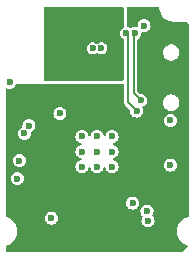
<source format=gbr>
%TF.GenerationSoftware,KiCad,Pcbnew,5.99.0-unknown-a208dac8d8~131~ubuntu20.04.1*%
%TF.CreationDate,2021-09-06T21:34:52-05:00*%
%TF.ProjectId,minimum,6d696e69-6d75-46d2-9e6b-696361645f70,rev?*%
%TF.SameCoordinates,Original*%
%TF.FileFunction,Copper,L2,Inr*%
%TF.FilePolarity,Positive*%
%FSLAX46Y46*%
G04 Gerber Fmt 4.6, Leading zero omitted, Abs format (unit mm)*
G04 Created by KiCad (PCBNEW 5.99.0-unknown-a208dac8d8~131~ubuntu20.04.1) date 2021-09-06 21:34:52*
%MOMM*%
%LPD*%
G01*
G04 APERTURE LIST*
%TA.AperFunction,ComponentPad*%
%ADD10C,0.600000*%
%TD*%
%TA.AperFunction,ViaPad*%
%ADD11C,0.600000*%
%TD*%
%TA.AperFunction,Conductor*%
%ADD12C,0.150000*%
%TD*%
G04 APERTURE END LIST*
D10*
%TO.N,GND*%
%TO.C,U1*%
X98725000Y-72525000D03*
X100000000Y-72525000D03*
X101275000Y-72525000D03*
X98725000Y-71250000D03*
X100000000Y-69975000D03*
X101275000Y-71250000D03*
X100000000Y-71250000D03*
X101275000Y-69975000D03*
X98725000Y-69975000D03*
%TD*%
D11*
%TO.N,+3V3*%
X105870000Y-75040000D03*
X94500000Y-72290000D03*
X95000000Y-69200000D03*
X107000000Y-69000000D03*
X106400000Y-78650000D03*
X105509368Y-71640816D03*
X103032947Y-59524975D03*
X93540000Y-76810000D03*
X96861995Y-78310888D03*
X95660000Y-67600000D03*
X93000000Y-67000000D03*
X104740000Y-68109011D03*
X100743233Y-65957329D03*
%TO.N,GND*%
X103980000Y-60600000D03*
X94224578Y-69052584D03*
X104310000Y-77090000D03*
X100700498Y-59280000D03*
X96140000Y-76890000D03*
X97255295Y-62495112D03*
X106200000Y-72400000D03*
X106200000Y-68600000D03*
X96850500Y-68019863D03*
X92607820Y-65386478D03*
%TO.N,/QSPI_SD1*%
X103183831Y-61244693D03*
X103699636Y-66925692D03*
%TO.N,/QSPI_SS*%
X102434500Y-61228683D03*
X103361820Y-67829542D03*
%TO.N,/USB_D+*%
X99625000Y-62504836D03*
%TO.N,/USB_D-*%
X100375000Y-62504836D03*
%TO.N,/SCL*%
X103010011Y-75604095D03*
%TO.N,/SDA*%
X104228806Y-76299011D03*
%TO.N,Net-(D1-Pad3)*%
X93428915Y-72013154D03*
%TO.N,Net-(D1-Pad4)*%
X93848539Y-69700927D03*
%TO.N,Net-(D1-Pad1)*%
X93240000Y-73550000D03*
%TD*%
D12*
%TO.N,/QSPI_SD1*%
X103699636Y-66925692D02*
X103097095Y-66323151D01*
X103097095Y-66323151D02*
X103097095Y-61246445D01*
X103098847Y-61244693D02*
X103183831Y-61244693D01*
X103097095Y-61246445D02*
X103098847Y-61244693D01*
%TO.N,/QSPI_SS*%
X103361820Y-67829542D02*
X102599356Y-67067078D01*
X102599356Y-61393539D02*
X102434500Y-61228683D01*
X102599356Y-67067078D02*
X102599356Y-61393539D01*
%TD*%
%TA.AperFunction,Conductor*%
%TO.N,+3V3*%
G36*
X105212811Y-59018907D02*
G01*
X105248775Y-59068407D01*
X105253314Y-59091230D01*
X105261571Y-59196147D01*
X105307502Y-59387465D01*
X105308989Y-59391054D01*
X105377984Y-59557625D01*
X105382796Y-59569243D01*
X105384829Y-59572560D01*
X105458580Y-59692912D01*
X105485599Y-59737004D01*
X105613381Y-59886617D01*
X105762993Y-60014399D01*
X105766306Y-60016429D01*
X105766307Y-60016430D01*
X105927439Y-60115173D01*
X105927443Y-60115175D01*
X105930754Y-60117204D01*
X105934339Y-60118689D01*
X105934345Y-60118692D01*
X106108941Y-60191012D01*
X106112531Y-60192499D01*
X106116305Y-60193405D01*
X106116308Y-60193406D01*
X106195958Y-60212528D01*
X106303849Y-60238430D01*
X106307714Y-60238734D01*
X106307719Y-60238735D01*
X106397592Y-60245808D01*
X106485596Y-60252735D01*
X106487504Y-60252999D01*
X106488951Y-60252999D01*
X106491403Y-60253192D01*
X106499996Y-60254901D01*
X106509558Y-60252999D01*
X106515073Y-60251902D01*
X106534387Y-60250000D01*
X107465625Y-60250000D01*
X107484939Y-60251902D01*
X107490437Y-60252996D01*
X107490439Y-60252996D01*
X107500001Y-60254898D01*
X107509567Y-60252995D01*
X107511118Y-60252995D01*
X107526606Y-60254214D01*
X107561771Y-60259784D01*
X107591221Y-60269352D01*
X107632976Y-60290627D01*
X107658032Y-60308831D01*
X107691168Y-60341967D01*
X107709372Y-60367023D01*
X107730647Y-60408778D01*
X107740215Y-60438228D01*
X107744095Y-60462722D01*
X107745785Y-60473390D01*
X107747004Y-60488881D01*
X107747004Y-60490432D01*
X107745101Y-60499998D01*
X107747003Y-60509560D01*
X107747003Y-60509562D01*
X107748098Y-60515065D01*
X107750000Y-60534379D01*
X107750000Y-76696797D01*
X107731093Y-76754988D01*
X107681593Y-76790952D01*
X107675306Y-76792767D01*
X107592735Y-76813677D01*
X107588997Y-76815317D01*
X107588993Y-76815318D01*
X107491170Y-76858227D01*
X107403027Y-76896890D01*
X107229603Y-77010194D01*
X107077193Y-77150497D01*
X107074676Y-77153731D01*
X106974357Y-77282621D01*
X106949955Y-77313972D01*
X106948006Y-77317574D01*
X106853308Y-77492559D01*
X106853305Y-77492566D01*
X106851360Y-77496160D01*
X106850032Y-77500029D01*
X106850030Y-77500033D01*
X106825715Y-77570861D01*
X106784097Y-77692091D01*
X106750000Y-77896422D01*
X106750000Y-78103578D01*
X106784097Y-78307909D01*
X106851360Y-78503840D01*
X106853305Y-78507434D01*
X106853308Y-78507441D01*
X106907059Y-78606763D01*
X106949955Y-78686028D01*
X107077193Y-78849503D01*
X107229603Y-78989806D01*
X107403027Y-79103110D01*
X107491170Y-79141773D01*
X107588993Y-79184682D01*
X107588997Y-79184683D01*
X107592735Y-79186323D01*
X107600124Y-79188194D01*
X107651894Y-79220805D01*
X107674609Y-79277618D01*
X107659592Y-79336932D01*
X107645830Y-79354170D01*
X107278996Y-79721004D01*
X107224479Y-79748781D01*
X107208992Y-79750000D01*
X92349000Y-79750000D01*
X92290809Y-79731093D01*
X92254845Y-79681593D01*
X92250000Y-79651000D01*
X92250000Y-79303203D01*
X92268907Y-79245012D01*
X92318407Y-79209048D01*
X92324697Y-79207232D01*
X92399877Y-79188194D01*
X92407265Y-79186323D01*
X92411003Y-79184683D01*
X92411007Y-79184682D01*
X92508830Y-79141773D01*
X92596973Y-79103110D01*
X92770397Y-78989806D01*
X92922807Y-78849503D01*
X93050045Y-78686028D01*
X93092941Y-78606763D01*
X93146692Y-78507441D01*
X93146695Y-78507434D01*
X93148640Y-78503840D01*
X93215903Y-78307909D01*
X93250000Y-78103578D01*
X93250000Y-77896422D01*
X93215903Y-77692091D01*
X93174285Y-77570861D01*
X93149970Y-77500033D01*
X93149968Y-77500029D01*
X93148640Y-77496160D01*
X93146695Y-77492566D01*
X93146692Y-77492559D01*
X93051994Y-77317574D01*
X93050045Y-77313972D01*
X93025644Y-77282621D01*
X92925324Y-77153731D01*
X92922807Y-77150497D01*
X92770397Y-77010194D01*
X92596973Y-76896890D01*
X92581265Y-76890000D01*
X95584750Y-76890000D01*
X95603670Y-77033709D01*
X95659139Y-77167625D01*
X95747379Y-77282621D01*
X95862375Y-77370861D01*
X95996291Y-77426330D01*
X96002720Y-77427176D01*
X96002722Y-77427177D01*
X96133567Y-77444403D01*
X96140000Y-77445250D01*
X96146433Y-77444403D01*
X96277278Y-77427177D01*
X96277280Y-77427176D01*
X96283709Y-77426330D01*
X96417625Y-77370861D01*
X96532621Y-77282621D01*
X96620861Y-77167625D01*
X96676330Y-77033709D01*
X96695250Y-76890000D01*
X96684352Y-76807222D01*
X96677177Y-76752722D01*
X96677176Y-76752720D01*
X96676330Y-76746291D01*
X96620861Y-76612375D01*
X96532621Y-76497379D01*
X96417625Y-76409139D01*
X96283709Y-76353670D01*
X96277280Y-76352824D01*
X96277278Y-76352823D01*
X96146433Y-76335597D01*
X96140000Y-76334750D01*
X96133567Y-76335597D01*
X96002722Y-76352823D01*
X96002720Y-76352824D01*
X95996291Y-76353670D01*
X95862375Y-76409139D01*
X95747379Y-76497379D01*
X95659139Y-76612375D01*
X95603670Y-76746291D01*
X95602824Y-76752720D01*
X95602823Y-76752722D01*
X95595648Y-76807222D01*
X95584750Y-76890000D01*
X92581265Y-76890000D01*
X92508830Y-76858227D01*
X92411007Y-76815318D01*
X92411003Y-76815317D01*
X92407265Y-76813677D01*
X92324697Y-76792768D01*
X92272928Y-76760154D01*
X92250216Y-76703340D01*
X92250000Y-76696797D01*
X92250000Y-76299011D01*
X103673556Y-76299011D01*
X103692476Y-76442720D01*
X103747945Y-76576636D01*
X103751895Y-76581783D01*
X103751898Y-76581789D01*
X103832741Y-76687145D01*
X103853165Y-76744820D01*
X103834973Y-76800819D01*
X103836335Y-76801605D01*
X103833090Y-76807226D01*
X103829139Y-76812375D01*
X103773670Y-76946291D01*
X103772824Y-76952720D01*
X103772823Y-76952722D01*
X103765257Y-77010194D01*
X103754750Y-77090000D01*
X103755597Y-77096433D01*
X103766631Y-77180240D01*
X103773670Y-77233709D01*
X103829139Y-77367625D01*
X103917379Y-77482621D01*
X104032375Y-77570861D01*
X104166291Y-77626330D01*
X104172720Y-77627176D01*
X104172722Y-77627177D01*
X104303567Y-77644403D01*
X104310000Y-77645250D01*
X104316433Y-77644403D01*
X104447278Y-77627177D01*
X104447280Y-77627176D01*
X104453709Y-77626330D01*
X104587625Y-77570861D01*
X104702621Y-77482621D01*
X104790861Y-77367625D01*
X104846330Y-77233709D01*
X104853370Y-77180240D01*
X104864403Y-77096433D01*
X104865250Y-77090000D01*
X104854743Y-77010194D01*
X104847177Y-76952722D01*
X104847176Y-76952720D01*
X104846330Y-76946291D01*
X104790861Y-76812375D01*
X104786911Y-76807228D01*
X104786908Y-76807222D01*
X104706065Y-76701866D01*
X104685641Y-76644191D01*
X104703833Y-76588192D01*
X104702471Y-76587406D01*
X104705716Y-76581785D01*
X104709667Y-76576636D01*
X104765136Y-76442720D01*
X104784056Y-76299011D01*
X104765136Y-76155302D01*
X104709667Y-76021386D01*
X104621427Y-75906390D01*
X104506431Y-75818150D01*
X104372515Y-75762681D01*
X104366086Y-75761835D01*
X104366084Y-75761834D01*
X104235239Y-75744608D01*
X104228806Y-75743761D01*
X104222373Y-75744608D01*
X104091528Y-75761834D01*
X104091526Y-75761835D01*
X104085097Y-75762681D01*
X103951181Y-75818150D01*
X103836185Y-75906390D01*
X103747945Y-76021386D01*
X103692476Y-76155302D01*
X103673556Y-76299011D01*
X92250000Y-76299011D01*
X92250000Y-75604095D01*
X102454761Y-75604095D01*
X102473681Y-75747804D01*
X102529150Y-75881720D01*
X102617390Y-75996716D01*
X102732386Y-76084956D01*
X102866302Y-76140425D01*
X102872731Y-76141271D01*
X102872733Y-76141272D01*
X103003578Y-76158498D01*
X103010011Y-76159345D01*
X103016444Y-76158498D01*
X103147289Y-76141272D01*
X103147291Y-76141271D01*
X103153720Y-76140425D01*
X103287636Y-76084956D01*
X103402632Y-75996716D01*
X103490872Y-75881720D01*
X103546341Y-75747804D01*
X103565261Y-75604095D01*
X103546341Y-75460386D01*
X103490872Y-75326470D01*
X103402632Y-75211474D01*
X103287636Y-75123234D01*
X103153720Y-75067765D01*
X103147291Y-75066919D01*
X103147289Y-75066918D01*
X103016444Y-75049692D01*
X103010011Y-75048845D01*
X103003578Y-75049692D01*
X102872733Y-75066918D01*
X102872731Y-75066919D01*
X102866302Y-75067765D01*
X102732386Y-75123234D01*
X102617390Y-75211474D01*
X102529150Y-75326470D01*
X102473681Y-75460386D01*
X102454761Y-75604095D01*
X92250000Y-75604095D01*
X92250000Y-73550000D01*
X92684750Y-73550000D01*
X92703670Y-73693709D01*
X92759139Y-73827625D01*
X92847379Y-73942621D01*
X92962375Y-74030861D01*
X93096291Y-74086330D01*
X93102720Y-74087176D01*
X93102722Y-74087177D01*
X93233567Y-74104403D01*
X93240000Y-74105250D01*
X93246433Y-74104403D01*
X93377278Y-74087177D01*
X93377280Y-74087176D01*
X93383709Y-74086330D01*
X93517625Y-74030861D01*
X93632621Y-73942621D01*
X93720861Y-73827625D01*
X93776330Y-73693709D01*
X93795250Y-73550000D01*
X93776330Y-73406291D01*
X93720861Y-73272375D01*
X93632621Y-73157379D01*
X93517625Y-73069139D01*
X93383709Y-73013670D01*
X93377280Y-73012824D01*
X93377278Y-73012823D01*
X93246433Y-72995597D01*
X93240000Y-72994750D01*
X93233567Y-72995597D01*
X93102722Y-73012823D01*
X93102720Y-73012824D01*
X93096291Y-73013670D01*
X92962375Y-73069139D01*
X92847379Y-73157379D01*
X92759139Y-73272375D01*
X92703670Y-73406291D01*
X92684750Y-73550000D01*
X92250000Y-73550000D01*
X92250000Y-72013154D01*
X92873665Y-72013154D01*
X92874512Y-72019587D01*
X92889362Y-72132379D01*
X92892585Y-72156863D01*
X92948054Y-72290779D01*
X93036294Y-72405775D01*
X93151290Y-72494015D01*
X93285206Y-72549484D01*
X93291635Y-72550330D01*
X93291637Y-72550331D01*
X93422482Y-72567557D01*
X93428915Y-72568404D01*
X93435348Y-72567557D01*
X93566193Y-72550331D01*
X93566195Y-72550330D01*
X93572624Y-72549484D01*
X93706540Y-72494015D01*
X93821536Y-72405775D01*
X93909776Y-72290779D01*
X93965245Y-72156863D01*
X93968469Y-72132379D01*
X93983318Y-72019587D01*
X93984165Y-72013154D01*
X93978451Y-71969750D01*
X93966092Y-71875876D01*
X93966091Y-71875874D01*
X93965245Y-71869445D01*
X93909776Y-71735529D01*
X93821536Y-71620533D01*
X93706540Y-71532293D01*
X93572624Y-71476824D01*
X93566195Y-71475978D01*
X93566193Y-71475977D01*
X93435348Y-71458751D01*
X93428915Y-71457904D01*
X93422482Y-71458751D01*
X93291637Y-71475977D01*
X93291635Y-71475978D01*
X93285206Y-71476824D01*
X93151290Y-71532293D01*
X93036294Y-71620533D01*
X92948054Y-71735529D01*
X92892585Y-71869445D01*
X92891739Y-71875874D01*
X92891738Y-71875876D01*
X92879379Y-71969750D01*
X92873665Y-72013154D01*
X92250000Y-72013154D01*
X92250000Y-69700927D01*
X93293289Y-69700927D01*
X93294136Y-69707360D01*
X93311299Y-69837722D01*
X93312209Y-69844636D01*
X93367678Y-69978552D01*
X93455918Y-70093548D01*
X93570914Y-70181788D01*
X93704830Y-70237257D01*
X93711259Y-70238103D01*
X93711261Y-70238104D01*
X93842106Y-70255330D01*
X93848539Y-70256177D01*
X93854972Y-70255330D01*
X93985817Y-70238104D01*
X93985819Y-70238103D01*
X93992248Y-70237257D01*
X94126164Y-70181788D01*
X94241160Y-70093548D01*
X94329400Y-69978552D01*
X94330871Y-69975000D01*
X98169750Y-69975000D01*
X98170597Y-69981433D01*
X98185878Y-70097499D01*
X98188670Y-70118709D01*
X98244139Y-70252625D01*
X98332379Y-70367621D01*
X98447375Y-70455861D01*
X98581291Y-70511330D01*
X98587720Y-70512176D01*
X98587722Y-70512177D01*
X98604207Y-70514347D01*
X98659432Y-70540688D01*
X98688627Y-70594459D01*
X98680641Y-70655121D01*
X98638524Y-70699503D01*
X98604207Y-70710653D01*
X98587722Y-70712823D01*
X98587720Y-70712824D01*
X98581291Y-70713670D01*
X98447375Y-70769139D01*
X98332379Y-70857379D01*
X98244139Y-70972375D01*
X98188670Y-71106291D01*
X98169750Y-71250000D01*
X98188670Y-71393709D01*
X98244139Y-71527625D01*
X98332379Y-71642621D01*
X98447375Y-71730861D01*
X98581291Y-71786330D01*
X98587720Y-71787176D01*
X98587722Y-71787177D01*
X98604207Y-71789347D01*
X98659432Y-71815688D01*
X98688627Y-71869459D01*
X98680641Y-71930121D01*
X98638524Y-71974503D01*
X98604207Y-71985653D01*
X98587722Y-71987823D01*
X98587720Y-71987824D01*
X98581291Y-71988670D01*
X98447375Y-72044139D01*
X98332379Y-72132379D01*
X98244139Y-72247375D01*
X98188670Y-72381291D01*
X98187824Y-72387720D01*
X98187823Y-72387722D01*
X98185360Y-72406433D01*
X98169750Y-72525000D01*
X98188670Y-72668709D01*
X98244139Y-72802625D01*
X98332379Y-72917621D01*
X98447375Y-73005861D01*
X98581291Y-73061330D01*
X98587720Y-73062176D01*
X98587722Y-73062177D01*
X98718567Y-73079403D01*
X98725000Y-73080250D01*
X98731433Y-73079403D01*
X98862278Y-73062177D01*
X98862280Y-73062176D01*
X98868709Y-73061330D01*
X99002625Y-73005861D01*
X99117621Y-72917621D01*
X99205861Y-72802625D01*
X99261330Y-72668709D01*
X99264347Y-72645793D01*
X99290688Y-72590568D01*
X99344459Y-72561373D01*
X99405121Y-72569359D01*
X99449503Y-72611476D01*
X99460653Y-72645793D01*
X99463670Y-72668709D01*
X99519139Y-72802625D01*
X99607379Y-72917621D01*
X99722375Y-73005861D01*
X99856291Y-73061330D01*
X99862720Y-73062176D01*
X99862722Y-73062177D01*
X99993567Y-73079403D01*
X100000000Y-73080250D01*
X100006433Y-73079403D01*
X100137278Y-73062177D01*
X100137280Y-73062176D01*
X100143709Y-73061330D01*
X100277625Y-73005861D01*
X100392621Y-72917621D01*
X100480861Y-72802625D01*
X100536330Y-72668709D01*
X100539347Y-72645793D01*
X100565688Y-72590568D01*
X100619459Y-72561373D01*
X100680121Y-72569359D01*
X100724503Y-72611476D01*
X100735653Y-72645793D01*
X100738670Y-72668709D01*
X100794139Y-72802625D01*
X100882379Y-72917621D01*
X100997375Y-73005861D01*
X101131291Y-73061330D01*
X101137720Y-73062176D01*
X101137722Y-73062177D01*
X101268567Y-73079403D01*
X101275000Y-73080250D01*
X101281433Y-73079403D01*
X101412278Y-73062177D01*
X101412280Y-73062176D01*
X101418709Y-73061330D01*
X101552625Y-73005861D01*
X101667621Y-72917621D01*
X101755861Y-72802625D01*
X101811330Y-72668709D01*
X101830250Y-72525000D01*
X101814640Y-72406433D01*
X101813793Y-72400000D01*
X105644750Y-72400000D01*
X105648407Y-72427779D01*
X105662054Y-72531433D01*
X105663670Y-72543709D01*
X105719139Y-72677625D01*
X105807379Y-72792621D01*
X105922375Y-72880861D01*
X106056291Y-72936330D01*
X106062720Y-72937176D01*
X106062722Y-72937177D01*
X106193567Y-72954403D01*
X106200000Y-72955250D01*
X106206433Y-72954403D01*
X106337278Y-72937177D01*
X106337280Y-72937176D01*
X106343709Y-72936330D01*
X106477625Y-72880861D01*
X106592621Y-72792621D01*
X106680861Y-72677625D01*
X106736330Y-72543709D01*
X106737947Y-72531433D01*
X106751593Y-72427779D01*
X106755250Y-72400000D01*
X106751593Y-72372221D01*
X106737177Y-72262722D01*
X106737176Y-72262720D01*
X106736330Y-72256291D01*
X106680861Y-72122375D01*
X106592621Y-72007379D01*
X106477625Y-71919139D01*
X106343709Y-71863670D01*
X106337280Y-71862824D01*
X106337278Y-71862823D01*
X106206433Y-71845597D01*
X106200000Y-71844750D01*
X106193567Y-71845597D01*
X106062722Y-71862823D01*
X106062720Y-71862824D01*
X106056291Y-71863670D01*
X105922375Y-71919139D01*
X105807379Y-72007379D01*
X105719139Y-72122375D01*
X105663670Y-72256291D01*
X105662824Y-72262720D01*
X105662823Y-72262722D01*
X105648407Y-72372221D01*
X105644750Y-72400000D01*
X101813793Y-72400000D01*
X101812177Y-72387722D01*
X101812176Y-72387720D01*
X101811330Y-72381291D01*
X101755861Y-72247375D01*
X101667621Y-72132379D01*
X101552625Y-72044139D01*
X101418709Y-71988670D01*
X101412280Y-71987824D01*
X101412278Y-71987823D01*
X101395793Y-71985653D01*
X101340568Y-71959312D01*
X101311373Y-71905541D01*
X101319359Y-71844879D01*
X101361476Y-71800497D01*
X101395793Y-71789347D01*
X101412278Y-71787177D01*
X101412280Y-71787176D01*
X101418709Y-71786330D01*
X101552625Y-71730861D01*
X101667621Y-71642621D01*
X101755861Y-71527625D01*
X101811330Y-71393709D01*
X101830250Y-71250000D01*
X101811330Y-71106291D01*
X101755861Y-70972375D01*
X101667621Y-70857379D01*
X101552625Y-70769139D01*
X101418709Y-70713670D01*
X101412280Y-70712824D01*
X101412278Y-70712823D01*
X101395793Y-70710653D01*
X101340568Y-70684312D01*
X101311373Y-70630541D01*
X101319359Y-70569879D01*
X101361476Y-70525497D01*
X101395793Y-70514347D01*
X101412278Y-70512177D01*
X101412280Y-70512176D01*
X101418709Y-70511330D01*
X101552625Y-70455861D01*
X101667621Y-70367621D01*
X101755861Y-70252625D01*
X101811330Y-70118709D01*
X101814123Y-70097499D01*
X101829403Y-69981433D01*
X101830250Y-69975000D01*
X101813087Y-69844636D01*
X101812177Y-69837722D01*
X101812176Y-69837720D01*
X101811330Y-69831291D01*
X101755861Y-69697375D01*
X101667621Y-69582379D01*
X101552625Y-69494139D01*
X101418709Y-69438670D01*
X101412280Y-69437824D01*
X101412278Y-69437823D01*
X101281433Y-69420597D01*
X101275000Y-69419750D01*
X101268567Y-69420597D01*
X101137722Y-69437823D01*
X101137720Y-69437824D01*
X101131291Y-69438670D01*
X100997375Y-69494139D01*
X100882379Y-69582379D01*
X100794139Y-69697375D01*
X100738670Y-69831291D01*
X100737824Y-69837720D01*
X100737823Y-69837722D01*
X100735653Y-69854207D01*
X100709312Y-69909432D01*
X100655541Y-69938627D01*
X100594879Y-69930641D01*
X100550497Y-69888524D01*
X100539347Y-69854207D01*
X100537177Y-69837722D01*
X100537176Y-69837720D01*
X100536330Y-69831291D01*
X100480861Y-69697375D01*
X100392621Y-69582379D01*
X100277625Y-69494139D01*
X100143709Y-69438670D01*
X100137280Y-69437824D01*
X100137278Y-69437823D01*
X100006433Y-69420597D01*
X100000000Y-69419750D01*
X99993567Y-69420597D01*
X99862722Y-69437823D01*
X99862720Y-69437824D01*
X99856291Y-69438670D01*
X99722375Y-69494139D01*
X99607379Y-69582379D01*
X99519139Y-69697375D01*
X99463670Y-69831291D01*
X99462824Y-69837720D01*
X99462823Y-69837722D01*
X99460653Y-69854207D01*
X99434312Y-69909432D01*
X99380541Y-69938627D01*
X99319879Y-69930641D01*
X99275497Y-69888524D01*
X99264347Y-69854207D01*
X99262177Y-69837722D01*
X99262176Y-69837720D01*
X99261330Y-69831291D01*
X99205861Y-69697375D01*
X99117621Y-69582379D01*
X99002625Y-69494139D01*
X98868709Y-69438670D01*
X98862280Y-69437824D01*
X98862278Y-69437823D01*
X98731433Y-69420597D01*
X98725000Y-69419750D01*
X98718567Y-69420597D01*
X98587722Y-69437823D01*
X98587720Y-69437824D01*
X98581291Y-69438670D01*
X98447375Y-69494139D01*
X98332379Y-69582379D01*
X98244139Y-69697375D01*
X98188670Y-69831291D01*
X98187824Y-69837720D01*
X98187823Y-69837722D01*
X98186913Y-69844636D01*
X98169750Y-69975000D01*
X94330871Y-69975000D01*
X94384869Y-69844636D01*
X94385780Y-69837722D01*
X94402942Y-69707360D01*
X94403789Y-69700927D01*
X94397884Y-69656076D01*
X94409034Y-69595917D01*
X94458151Y-69551692D01*
X94502203Y-69533445D01*
X94617199Y-69445205D01*
X94705439Y-69330209D01*
X94760908Y-69196293D01*
X94768803Y-69136330D01*
X94778981Y-69059017D01*
X94778981Y-69059016D01*
X94779828Y-69052584D01*
X94760908Y-68908875D01*
X94705439Y-68774959D01*
X94617199Y-68659963D01*
X94539054Y-68600000D01*
X105644750Y-68600000D01*
X105663670Y-68743709D01*
X105719139Y-68877625D01*
X105807379Y-68992621D01*
X105922375Y-69080861D01*
X106056291Y-69136330D01*
X106062720Y-69137176D01*
X106062722Y-69137177D01*
X106193567Y-69154403D01*
X106200000Y-69155250D01*
X106206433Y-69154403D01*
X106337278Y-69137177D01*
X106337280Y-69137176D01*
X106343709Y-69136330D01*
X106477625Y-69080861D01*
X106592621Y-68992621D01*
X106680861Y-68877625D01*
X106736330Y-68743709D01*
X106755250Y-68600000D01*
X106744551Y-68518737D01*
X106737177Y-68462722D01*
X106737176Y-68462720D01*
X106736330Y-68456291D01*
X106680861Y-68322375D01*
X106592621Y-68207379D01*
X106477625Y-68119139D01*
X106343709Y-68063670D01*
X106337280Y-68062824D01*
X106337278Y-68062823D01*
X106206433Y-68045597D01*
X106200000Y-68044750D01*
X106193567Y-68045597D01*
X106062722Y-68062823D01*
X106062720Y-68062824D01*
X106056291Y-68063670D01*
X105922375Y-68119139D01*
X105807379Y-68207379D01*
X105719139Y-68322375D01*
X105663670Y-68456291D01*
X105662824Y-68462720D01*
X105662823Y-68462722D01*
X105655449Y-68518737D01*
X105644750Y-68600000D01*
X94539054Y-68600000D01*
X94502203Y-68571723D01*
X94368287Y-68516254D01*
X94361858Y-68515408D01*
X94361856Y-68515407D01*
X94231011Y-68498181D01*
X94224578Y-68497334D01*
X94218145Y-68498181D01*
X94087300Y-68515407D01*
X94087298Y-68515408D01*
X94080869Y-68516254D01*
X93946953Y-68571723D01*
X93831957Y-68659963D01*
X93743717Y-68774959D01*
X93688248Y-68908875D01*
X93669328Y-69052584D01*
X93675233Y-69097435D01*
X93664083Y-69157594D01*
X93614966Y-69201819D01*
X93570914Y-69220066D01*
X93455918Y-69308306D01*
X93367678Y-69423302D01*
X93312209Y-69557218D01*
X93311363Y-69563647D01*
X93311362Y-69563649D01*
X93307114Y-69595917D01*
X93293289Y-69700927D01*
X92250000Y-69700927D01*
X92250000Y-68019863D01*
X96295250Y-68019863D01*
X96314170Y-68163572D01*
X96369639Y-68297488D01*
X96457879Y-68412484D01*
X96572875Y-68500724D01*
X96706791Y-68556193D01*
X96713220Y-68557039D01*
X96713222Y-68557040D01*
X96844067Y-68574266D01*
X96850500Y-68575113D01*
X96856933Y-68574266D01*
X96987778Y-68557040D01*
X96987780Y-68557039D01*
X96994209Y-68556193D01*
X97128125Y-68500724D01*
X97243121Y-68412484D01*
X97331361Y-68297488D01*
X97386830Y-68163572D01*
X97405750Y-68019863D01*
X97386830Y-67876154D01*
X97331361Y-67742238D01*
X97243121Y-67627242D01*
X97128125Y-67539002D01*
X96994209Y-67483533D01*
X96987780Y-67482687D01*
X96987778Y-67482686D01*
X96856933Y-67465460D01*
X96850500Y-67464613D01*
X96844067Y-67465460D01*
X96713222Y-67482686D01*
X96713220Y-67482687D01*
X96706791Y-67483533D01*
X96572875Y-67539002D01*
X96457879Y-67627242D01*
X96369639Y-67742238D01*
X96314170Y-67876154D01*
X96295250Y-68019863D01*
X92250000Y-68019863D01*
X92250000Y-65982284D01*
X92268907Y-65924093D01*
X92318407Y-65888129D01*
X92379593Y-65888129D01*
X92386868Y-65890813D01*
X92464111Y-65922808D01*
X92470540Y-65923654D01*
X92470542Y-65923655D01*
X92601387Y-65940881D01*
X92607820Y-65941728D01*
X92614253Y-65940881D01*
X92745098Y-65923655D01*
X92745100Y-65923654D01*
X92751529Y-65922808D01*
X92885445Y-65867339D01*
X93000441Y-65779099D01*
X93088681Y-65664103D01*
X93131340Y-65561114D01*
X93171075Y-65514589D01*
X93222803Y-65500000D01*
X102174856Y-65500000D01*
X102233047Y-65518907D01*
X102269011Y-65568407D01*
X102273856Y-65599000D01*
X102273856Y-67048544D01*
X102273479Y-67057173D01*
X102270092Y-67095885D01*
X102272334Y-67104252D01*
X102280152Y-67133427D01*
X102282022Y-67141861D01*
X102288768Y-67180123D01*
X102293098Y-67187622D01*
X102295094Y-67193107D01*
X102297560Y-67198394D01*
X102299802Y-67206762D01*
X102320369Y-67236134D01*
X102322088Y-67238589D01*
X102326727Y-67245870D01*
X102346162Y-67279533D01*
X102360694Y-67291727D01*
X102375927Y-67304509D01*
X102382295Y-67310343D01*
X102783092Y-67711140D01*
X102810869Y-67765657D01*
X102811241Y-67794062D01*
X102806570Y-67829542D01*
X102825490Y-67973251D01*
X102880959Y-68107167D01*
X102969199Y-68222163D01*
X103084195Y-68310403D01*
X103218111Y-68365872D01*
X103224540Y-68366718D01*
X103224542Y-68366719D01*
X103355387Y-68383945D01*
X103361820Y-68384792D01*
X103368253Y-68383945D01*
X103499098Y-68366719D01*
X103499100Y-68366718D01*
X103505529Y-68365872D01*
X103639445Y-68310403D01*
X103754441Y-68222163D01*
X103842681Y-68107167D01*
X103898150Y-67973251D01*
X103917070Y-67829542D01*
X103900377Y-67702747D01*
X103898997Y-67692264D01*
X103898996Y-67692262D01*
X103898150Y-67685833D01*
X103848881Y-67566885D01*
X103844081Y-67505888D01*
X103876050Y-67453719D01*
X103902460Y-67437536D01*
X103921243Y-67429756D01*
X103977261Y-67406553D01*
X104092257Y-67318313D01*
X104180497Y-67203317D01*
X104220139Y-67107611D01*
X105569044Y-67107611D01*
X105569699Y-67113544D01*
X105569699Y-67113548D01*
X105583504Y-67238589D01*
X105587649Y-67276135D01*
X105645916Y-67435356D01*
X105649241Y-67440305D01*
X105649242Y-67440306D01*
X105662339Y-67459796D01*
X105740480Y-67576083D01*
X105865883Y-67690191D01*
X106014885Y-67771092D01*
X106049839Y-67780262D01*
X106173114Y-67812603D01*
X106173118Y-67812604D01*
X106178883Y-67814116D01*
X106184844Y-67814210D01*
X106184847Y-67814210D01*
X106263646Y-67815447D01*
X106348410Y-67816779D01*
X106354225Y-67815447D01*
X106354227Y-67815447D01*
X106507856Y-67780262D01*
X106507859Y-67780261D01*
X106513679Y-67778928D01*
X106529260Y-67771092D01*
X106659815Y-67705429D01*
X106665148Y-67702747D01*
X106669685Y-67698872D01*
X106669688Y-67698870D01*
X106789538Y-67596508D01*
X106789541Y-67596505D01*
X106794073Y-67592634D01*
X106823331Y-67551917D01*
X106889527Y-67459796D01*
X106889528Y-67459794D01*
X106893011Y-67454947D01*
X106900011Y-67437536D01*
X106954027Y-67303167D01*
X106954028Y-67303165D01*
X106956251Y-67297634D01*
X106957092Y-67291727D01*
X106979684Y-67132985D01*
X106979684Y-67132979D01*
X106980140Y-67129778D01*
X106980295Y-67115000D01*
X106969442Y-67025314D01*
X106960643Y-66952602D01*
X106960642Y-66952599D01*
X106959926Y-66946680D01*
X106899995Y-66788077D01*
X106894611Y-66780242D01*
X106819371Y-66670769D01*
X106803962Y-66648349D01*
X106677371Y-66535560D01*
X106527531Y-66456224D01*
X106445311Y-66435571D01*
X106368881Y-66416373D01*
X106368878Y-66416373D01*
X106363091Y-66414919D01*
X106277491Y-66414471D01*
X106199511Y-66414062D01*
X106199509Y-66414062D01*
X106193545Y-66414031D01*
X106187749Y-66415423D01*
X106187745Y-66415423D01*
X106080353Y-66441207D01*
X106028682Y-66453612D01*
X105953351Y-66492493D01*
X105883325Y-66528636D01*
X105883323Y-66528638D01*
X105878019Y-66531375D01*
X105750254Y-66642831D01*
X105746823Y-66647713D01*
X105746822Y-66647714D01*
X105670654Y-66756091D01*
X105652763Y-66781547D01*
X105650595Y-66787108D01*
X105596563Y-66925692D01*
X105591174Y-66939513D01*
X105569044Y-67107611D01*
X104220139Y-67107611D01*
X104235966Y-67069401D01*
X104254886Y-66925692D01*
X104239298Y-66807290D01*
X104236813Y-66788414D01*
X104236812Y-66788412D01*
X104235966Y-66781983D01*
X104180497Y-66648067D01*
X104092257Y-66533071D01*
X103977261Y-66444831D01*
X103843345Y-66389362D01*
X103836916Y-66388516D01*
X103836914Y-66388515D01*
X103706069Y-66371289D01*
X103699636Y-66370442D01*
X103664159Y-66375113D01*
X103604000Y-66363964D01*
X103581234Y-66346964D01*
X103451591Y-66217321D01*
X103423814Y-66162804D01*
X103422595Y-66147317D01*
X103422595Y-62857611D01*
X105569044Y-62857611D01*
X105569699Y-62863544D01*
X105569699Y-62863548D01*
X105586994Y-63020204D01*
X105587649Y-63026135D01*
X105645916Y-63185356D01*
X105649241Y-63190305D01*
X105649242Y-63190306D01*
X105662339Y-63209796D01*
X105740480Y-63326083D01*
X105865883Y-63440191D01*
X106014885Y-63521092D01*
X106049839Y-63530262D01*
X106173114Y-63562603D01*
X106173118Y-63562604D01*
X106178883Y-63564116D01*
X106184844Y-63564210D01*
X106184847Y-63564210D01*
X106263646Y-63565447D01*
X106348410Y-63566779D01*
X106354225Y-63565447D01*
X106354227Y-63565447D01*
X106507856Y-63530262D01*
X106507859Y-63530261D01*
X106513679Y-63528928D01*
X106529260Y-63521092D01*
X106659815Y-63455429D01*
X106665148Y-63452747D01*
X106669685Y-63448872D01*
X106669688Y-63448870D01*
X106789538Y-63346508D01*
X106789541Y-63346505D01*
X106794073Y-63342634D01*
X106893011Y-63204947D01*
X106951246Y-63060086D01*
X106954027Y-63053167D01*
X106954028Y-63053165D01*
X106956251Y-63047634D01*
X106958513Y-63031739D01*
X106979684Y-62882985D01*
X106979684Y-62882979D01*
X106980140Y-62879778D01*
X106980295Y-62865000D01*
X106959926Y-62696680D01*
X106899995Y-62538077D01*
X106803962Y-62398349D01*
X106677371Y-62285560D01*
X106527531Y-62206224D01*
X106445311Y-62185572D01*
X106368881Y-62166373D01*
X106368878Y-62166373D01*
X106363091Y-62164919D01*
X106277491Y-62164471D01*
X106199511Y-62164062D01*
X106199509Y-62164062D01*
X106193545Y-62164031D01*
X106187749Y-62165423D01*
X106187745Y-62165423D01*
X106080353Y-62191207D01*
X106028682Y-62203612D01*
X106001800Y-62217487D01*
X105883325Y-62278636D01*
X105883323Y-62278638D01*
X105878019Y-62281375D01*
X105750254Y-62392831D01*
X105652763Y-62531547D01*
X105591174Y-62689513D01*
X105569044Y-62857611D01*
X103422595Y-62857611D01*
X103422595Y-61804170D01*
X103441502Y-61745979D01*
X103462596Y-61727040D01*
X103461456Y-61725554D01*
X103571303Y-61641265D01*
X103576452Y-61637314D01*
X103664692Y-61522318D01*
X103720161Y-61388402D01*
X103739081Y-61244693D01*
X103738234Y-61238260D01*
X103738234Y-61236308D01*
X103757141Y-61178117D01*
X103806641Y-61142153D01*
X103850155Y-61138155D01*
X103980000Y-61155250D01*
X103986433Y-61154403D01*
X104117278Y-61137177D01*
X104117280Y-61137176D01*
X104123709Y-61136330D01*
X104257625Y-61080861D01*
X104372621Y-60992621D01*
X104460861Y-60877625D01*
X104516330Y-60743709D01*
X104520984Y-60708363D01*
X104534403Y-60606433D01*
X104535250Y-60600000D01*
X104524068Y-60515065D01*
X104517177Y-60462722D01*
X104517176Y-60462720D01*
X104516330Y-60456291D01*
X104460861Y-60322375D01*
X104372621Y-60207379D01*
X104257625Y-60119139D01*
X104123709Y-60063670D01*
X104117280Y-60062824D01*
X104117278Y-60062823D01*
X103986433Y-60045597D01*
X103980000Y-60044750D01*
X103973567Y-60045597D01*
X103842722Y-60062823D01*
X103842720Y-60062824D01*
X103836291Y-60063670D01*
X103702375Y-60119139D01*
X103587379Y-60207379D01*
X103499139Y-60322375D01*
X103443670Y-60456291D01*
X103442824Y-60462720D01*
X103442823Y-60462722D01*
X103435932Y-60515065D01*
X103424750Y-60600000D01*
X103425597Y-60606433D01*
X103425597Y-60608385D01*
X103406690Y-60666576D01*
X103357190Y-60702540D01*
X103313676Y-60706538D01*
X103183831Y-60689443D01*
X103161728Y-60692353D01*
X103046553Y-60707516D01*
X103046551Y-60707517D01*
X103040122Y-60708363D01*
X102906206Y-60763832D01*
X102901059Y-60767782D01*
X102901053Y-60767785D01*
X102879864Y-60784044D01*
X102822188Y-60804468D01*
X102759331Y-60784045D01*
X102712125Y-60747822D01*
X102706132Y-60745339D01*
X102706129Y-60745338D01*
X102584207Y-60694837D01*
X102584204Y-60694836D01*
X102578209Y-60692353D01*
X102572953Y-60691661D01*
X102522060Y-60658608D01*
X102500000Y-60596308D01*
X102500000Y-59099000D01*
X102518907Y-59040809D01*
X102568407Y-59004845D01*
X102599000Y-59000000D01*
X105154620Y-59000000D01*
X105212811Y-59018907D01*
G37*
%TD.AperFunction*%
%TD*%
%TA.AperFunction,Conductor*%
%TO.N,GND*%
G36*
X102209191Y-59018907D02*
G01*
X102245155Y-59068407D01*
X102250000Y-59099000D01*
X102250000Y-60698654D01*
X102231093Y-60756845D01*
X102203827Y-60782381D01*
X102112746Y-60839848D01*
X102112743Y-60839851D01*
X102106780Y-60843613D01*
X102102113Y-60848897D01*
X102102111Y-60848899D01*
X102016544Y-60945786D01*
X102016542Y-60945788D01*
X102011877Y-60951071D01*
X101950947Y-61080846D01*
X101928891Y-61222506D01*
X101947480Y-61364662D01*
X102005220Y-61495886D01*
X102018292Y-61511437D01*
X102092931Y-61600232D01*
X102092934Y-61600234D01*
X102097470Y-61605631D01*
X102103341Y-61609539D01*
X102103342Y-61609540D01*
X102205858Y-61677781D01*
X102243821Y-61725765D01*
X102250000Y-61760192D01*
X102250000Y-65151000D01*
X102231093Y-65209191D01*
X102181593Y-65245155D01*
X102151000Y-65250000D01*
X95599000Y-65250000D01*
X95540809Y-65231093D01*
X95504845Y-65181593D01*
X95500000Y-65151000D01*
X95500000Y-62498659D01*
X99119391Y-62498659D01*
X99120306Y-62505656D01*
X99120306Y-62505657D01*
X99121814Y-62517190D01*
X99137980Y-62640815D01*
X99140821Y-62647271D01*
X99140821Y-62647272D01*
X99148586Y-62664918D01*
X99195720Y-62772039D01*
X99208792Y-62787590D01*
X99283431Y-62876385D01*
X99283434Y-62876387D01*
X99287970Y-62881784D01*
X99293841Y-62885692D01*
X99293842Y-62885693D01*
X99311689Y-62897573D01*
X99407313Y-62961226D01*
X99507920Y-62992657D01*
X99537425Y-63001875D01*
X99537426Y-63001875D01*
X99544157Y-63003978D01*
X99615828Y-63005292D01*
X99680445Y-63006477D01*
X99680447Y-63006477D01*
X99687499Y-63006606D01*
X99694302Y-63004751D01*
X99694304Y-63004751D01*
X99769503Y-62984249D01*
X99825817Y-62968896D01*
X99947991Y-62893881D01*
X99949370Y-62896128D01*
X99995355Y-62877818D01*
X100056620Y-62894199D01*
X100157313Y-62961226D01*
X100257920Y-62992657D01*
X100287425Y-63001875D01*
X100287426Y-63001875D01*
X100294157Y-63003978D01*
X100365828Y-63005292D01*
X100430445Y-63006477D01*
X100430447Y-63006477D01*
X100437499Y-63006606D01*
X100444302Y-63004751D01*
X100444304Y-63004751D01*
X100519503Y-62984249D01*
X100575817Y-62968896D01*
X100697991Y-62893881D01*
X100705403Y-62885693D01*
X100789468Y-62792818D01*
X100794200Y-62787590D01*
X100856710Y-62658569D01*
X100860875Y-62633818D01*
X100879862Y-62520960D01*
X100879862Y-62520956D01*
X100880496Y-62517190D01*
X100880647Y-62504836D01*
X100860323Y-62362918D01*
X100800984Y-62232408D01*
X100707400Y-62123799D01*
X100587095Y-62045821D01*
X100449739Y-62004743D01*
X100366497Y-62004234D01*
X100313427Y-62003910D01*
X100313426Y-62003910D01*
X100306376Y-62003867D01*
X100299599Y-62005804D01*
X100299598Y-62005804D01*
X100175309Y-62041326D01*
X100175307Y-62041327D01*
X100168529Y-62043264D01*
X100162567Y-62047026D01*
X100162564Y-62047027D01*
X100052128Y-62116707D01*
X99992825Y-62131768D01*
X99945453Y-62116055D01*
X99843016Y-62049659D01*
X99843017Y-62049659D01*
X99837095Y-62045821D01*
X99699739Y-62004743D01*
X99616497Y-62004234D01*
X99563427Y-62003910D01*
X99563426Y-62003910D01*
X99556376Y-62003867D01*
X99549599Y-62005804D01*
X99549598Y-62005804D01*
X99425309Y-62041326D01*
X99425307Y-62041327D01*
X99418529Y-62043264D01*
X99297280Y-62119766D01*
X99292613Y-62125050D01*
X99292611Y-62125052D01*
X99207044Y-62221939D01*
X99207042Y-62221941D01*
X99202377Y-62227224D01*
X99141447Y-62356999D01*
X99119391Y-62498659D01*
X95500000Y-62498659D01*
X95500000Y-59099000D01*
X95518907Y-59040809D01*
X95568407Y-59004845D01*
X95599000Y-59000000D01*
X102151000Y-59000000D01*
X102209191Y-59018907D01*
G37*
%TD.AperFunction*%
%TD*%
M02*

</source>
